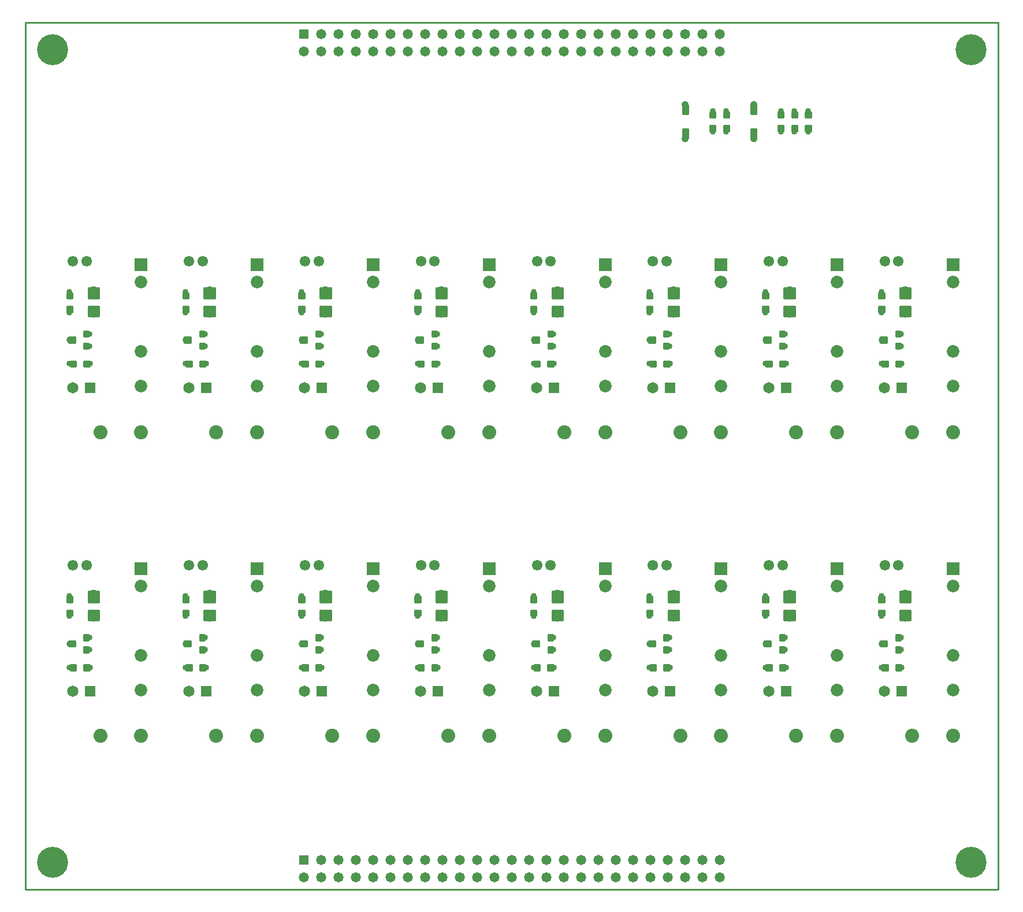
<source format=gbr>
*
*
G04 PADS Layout (Build Number 2005.266.2) generated Gerber (RS-274-X) file*
G04 PC Version=2.1*
*
%IN "cecs_module_relay_1031."*%
*
%MOMM*%
*
%FSLAX35Y35*%
*
*
*
*
G04 PC Standard Apertures*
*
*
G04 Thermal Relief Aperture macro.*
%AMTER*
1,1,$1,0,0*
1,0,$1-$2,0,0*
21,0,$3,$4,0,0,45*
21,0,$3,$4,0,0,135*
%
*
*
G04 Annular Aperture macro.*
%AMANN*
1,1,$1,0,0*
1,0,$2,0,0*
%
*
*
G04 Odd Aperture macro.*
%AMODD*
1,1,$1,0,0*
1,0,$1-0.005,0,0*
%
*
*
G04 PC Custom Aperture Macros*
*
*
*
*
*
*
G04 PC Aperture Table*
*
%ADD058C,0.254*%
%ADD079R,1.65X1.65*%
%ADD083C,1.55*%
%ADD084R,1.4724X1.4724*%
%ADD085C,1.4724*%
%ADD086C,2.05*%
%ADD089C,1.65*%
%ADD111C,0.85*%
%ADD112C,1.05*%
%ADD113R,1.85X1.85*%
%ADD114C,1.85*%
%ADD115C,4.55*%
*
*
*
*
G04 PC Custom Flashes*
G04 Layer Name cecs_module_relay_1031. - flashes*
%LPD*%
*
*
G04 PC Circuitry*
G04 Layer Name cecs_module_relay_1031. - circuitry*
%LPD*%
*
G54D58*
G01X35514800Y24089800D02*
Y24010200D01*
X35435200*
Y24089800*
X35514800*
X35435200Y24010200D02*
X35514800D01*
X35435200Y24035600D02*
X35514800D01*
X35435200Y24061000D02*
X35514800D01*
X35435200Y24086400D02*
X35514800D01*
X35458400Y24010200D02*
Y24089800D01*
X35483800Y24010200D02*
Y24089800D01*
X35509200Y24010200D02*
Y24089800D01*
X35514800Y23810200D02*
Y23889800D01*
X35435200*
Y23810200*
X35514800*
X35435200D02*
X35514800D01*
X35435200Y23835600D02*
X35514800D01*
X35435200Y23861000D02*
X35514800D01*
X35435200Y23886400D02*
X35514800D01*
X35458400Y23810200D02*
Y23889800D01*
X35483800Y23810200D02*
Y23889800D01*
X35509200Y23810200D02*
Y23889800D01*
X35714800Y24089800D02*
Y24010200D01*
X35635200*
Y24089800*
X35714800*
X35635200Y24010200D02*
X35714800D01*
X35635200Y24035600D02*
X35714800D01*
X35635200Y24061000D02*
X35714800D01*
X35635200Y24086400D02*
X35714800D01*
X35636200Y24010200D02*
Y24089800D01*
X35661600Y24010200D02*
Y24089800D01*
X35687000Y24010200D02*
Y24089800D01*
X35712400Y24010200D02*
Y24089800D01*
X35714800Y23810200D02*
Y23889800D01*
X35635200*
Y23810200*
X35714800*
X35635200D02*
X35714800D01*
X35635200Y23835600D02*
X35714800D01*
X35635200Y23861000D02*
X35714800D01*
X35635200Y23886400D02*
X35714800D01*
X35636200Y23810200D02*
Y23889800D01*
X35661600Y23810200D02*
Y23889800D01*
X35687000Y23810200D02*
Y23889800D01*
X35712400Y23810200D02*
Y23889800D01*
X36514800Y24089800D02*
Y24010200D01*
X36435200*
Y24089800*
X36514800*
X36435200Y24010200D02*
X36514800D01*
X36435200Y24035600D02*
X36514800D01*
X36435200Y24061000D02*
X36514800D01*
X36435200Y24086400D02*
X36514800D01*
X36449000Y24010200D02*
Y24089800D01*
X36474400Y24010200D02*
Y24089800D01*
X36499800Y24010200D02*
Y24089800D01*
X36514800Y23810200D02*
Y23889800D01*
X36435200*
Y23810200*
X36514800*
X36435200D02*
X36514800D01*
X36435200Y23835600D02*
X36514800D01*
X36435200Y23861000D02*
X36514800D01*
X36435200Y23886400D02*
X36514800D01*
X36449000Y23810200D02*
Y23889800D01*
X36474400Y23810200D02*
Y23889800D01*
X36499800Y23810200D02*
Y23889800D01*
X36714800Y24089800D02*
Y24010200D01*
X36635200*
Y24089800*
X36714800*
X36635200Y24010200D02*
X36714800D01*
X36635200Y24035600D02*
X36714800D01*
X36635200Y24061000D02*
X36714800D01*
X36635200Y24086400D02*
X36714800D01*
X36652200Y24010200D02*
Y24089800D01*
X36677600Y24010200D02*
Y24089800D01*
X36703000Y24010200D02*
Y24089800D01*
X36714800Y23810200D02*
Y23889800D01*
X36635200*
Y23810200*
X36714800*
X36635200D02*
X36714800D01*
X36635200Y23835600D02*
X36714800D01*
X36635200Y23861000D02*
X36714800D01*
X36635200Y23886400D02*
X36714800D01*
X36652200Y23810200D02*
Y23889800D01*
X36677600Y23810200D02*
Y23889800D01*
X36703000Y23810200D02*
Y23889800D01*
X36914800Y24089800D02*
Y24010200D01*
X36835200*
Y24089800*
X36914800*
X36835200Y24010200D02*
X36914800D01*
X36835200Y24035600D02*
X36914800D01*
X36835200Y24061000D02*
X36914800D01*
X36835200Y24086400D02*
X36914800D01*
X36855400Y24010200D02*
Y24089800D01*
X36880800Y24010200D02*
Y24089800D01*
X36906200Y24010200D02*
Y24089800D01*
X36914800Y23810200D02*
Y23889800D01*
X36835200*
Y23810200*
X36914800*
X36835200D02*
X36914800D01*
X36835200Y23835600D02*
X36914800D01*
X36835200Y23861000D02*
X36914800D01*
X36835200Y23886400D02*
X36914800D01*
X36855400Y23810200D02*
Y23889800D01*
X36880800Y23810200D02*
Y23889800D01*
X36906200Y23810200D02*
Y23889800D01*
X36035200Y23710200D02*
Y23839800D01*
X36114800*
Y23710200*
X36035200*
X36114800*
X36035200Y23735600D02*
X36114800D01*
X36035200Y23761000D02*
X36114800D01*
X36035200Y23786400D02*
X36114800D01*
X36035200Y23811800D02*
X36114800D01*
X36035200Y23837200D02*
X36114800D01*
X36042600Y23710200D02*
Y23839800D01*
X36068000Y23710200D02*
Y23839800D01*
X36093400Y23710200D02*
Y23839800D01*
X36035200Y24189800D02*
Y24060200D01*
X36114800*
Y24189800*
X36035200*
Y24060200D02*
X36114800D01*
X36035200Y24085600D02*
X36114800D01*
X36035200Y24111000D02*
X36114800D01*
X36035200Y24136400D02*
X36114800D01*
X36035200Y24161800D02*
X36114800D01*
X36035200Y24187200D02*
X36114800D01*
X36042600Y24060200D02*
Y24189800D01*
X36068000Y24060200D02*
Y24189800D01*
X36093400Y24060200D02*
Y24189800D01*
X35035200Y23710200D02*
Y23839800D01*
X35114800*
Y23710200*
X35035200*
X35114800*
X35035200Y23735600D02*
X35114800D01*
X35035200Y23761000D02*
X35114800D01*
X35035200Y23786400D02*
X35114800D01*
X35035200Y23811800D02*
X35114800D01*
X35035200Y23837200D02*
X35114800D01*
X35052000Y23710200D02*
Y23839800D01*
X35077400Y23710200D02*
Y23839800D01*
X35102800Y23710200D02*
Y23839800D01*
X35035200Y24189800D02*
Y24060200D01*
X35114800*
Y24189800*
X35035200*
Y24060200D02*
X35114800D01*
X35035200Y24085600D02*
X35114800D01*
X35035200Y24111000D02*
X35114800D01*
X35035200Y24136400D02*
X35114800D01*
X35035200Y24161800D02*
X35114800D01*
X35035200Y24187200D02*
X35114800D01*
X35052000Y24060200D02*
Y24189800D01*
X35077400Y24060200D02*
Y24189800D01*
X35102800Y24060200D02*
Y24189800D01*
X26035200Y16260200D02*
Y16339800D01*
X26127300*
Y16260200*
X26035200*
X26127300*
X26035200Y16285600D02*
X26127300D01*
X26035200Y16311000D02*
X26127300D01*
X26035200Y16336400D02*
X26127300D01*
X26060400Y16260200D02*
Y16339800D01*
X26085800Y16260200D02*
Y16339800D01*
X26111200Y16260200D02*
Y16339800D01*
X26261000Y16170500D02*
Y16251700D01*
X26329500*
Y16170500*
X26261000*
X26329500*
X26261000Y16195900D02*
X26329500D01*
X26261000Y16221300D02*
X26329500D01*
X26261000Y16246700D02*
X26329500D01*
X26263600Y16170500D02*
Y16251700D01*
X26289000Y16170500D02*
Y16251700D01*
X26314400Y16170500D02*
Y16251700D01*
X26261000Y16348300D02*
Y16429500D01*
X26329500*
Y16348300*
X26261000*
X26329500*
X26261000Y16373700D02*
X26329500D01*
X26261000Y16399100D02*
X26329500D01*
X26261000Y16424500D02*
X26329500D01*
X26263600Y16348300D02*
Y16429500D01*
X26289000Y16348300D02*
Y16429500D01*
X26314400Y16348300D02*
Y16429500D01*
X32835200Y20710200D02*
Y20789800D01*
X32927300*
Y20710200*
X32835200*
X32927300*
X32835200Y20735600D02*
X32927300D01*
X32835200Y20761000D02*
X32927300D01*
X32835200Y20786400D02*
X32927300D01*
X32842200Y20710200D02*
Y20789800D01*
X32867600Y20710200D02*
Y20789800D01*
X32893000Y20710200D02*
Y20789800D01*
X32918400Y20710200D02*
Y20789800D01*
X33061000Y20620500D02*
Y20701700D01*
X33129500*
Y20620500*
X33061000*
X33129500*
X33061000Y20645900D02*
X33129500D01*
X33061000Y20671300D02*
X33129500D01*
X33061000Y20696700D02*
X33129500D01*
X33070800Y20620500D02*
Y20701700D01*
X33096200Y20620500D02*
Y20701700D01*
X33121600Y20620500D02*
Y20701700D01*
X33061000Y20798300D02*
Y20879500D01*
X33129500*
Y20798300*
X33061000*
X33129500*
X33061000Y20823700D02*
X33129500D01*
X33061000Y20849100D02*
X33129500D01*
X33061000Y20874500D02*
X33129500D01*
X33070800Y20798300D02*
Y20879500D01*
X33096200Y20798300D02*
Y20879500D01*
X33121600Y20798300D02*
Y20879500D01*
X34535200Y16260200D02*
Y16339800D01*
X34627300*
Y16260200*
X34535200*
X34627300*
X34535200Y16285600D02*
X34627300D01*
X34535200Y16311000D02*
X34627300D01*
X34535200Y16336400D02*
X34627300D01*
X34544000Y16260200D02*
Y16339800D01*
X34569400Y16260200D02*
Y16339800D01*
X34594800Y16260200D02*
Y16339800D01*
X34620200Y16260200D02*
Y16339800D01*
X34761000Y16170500D02*
Y16251700D01*
X34829500*
Y16170500*
X34761000*
X34829500*
X34761000Y16195900D02*
X34829500D01*
X34761000Y16221300D02*
X34829500D01*
X34761000Y16246700D02*
X34829500D01*
X34772600Y16170500D02*
Y16251700D01*
X34798000Y16170500D02*
Y16251700D01*
X34823400Y16170500D02*
Y16251700D01*
X34761000Y16348300D02*
Y16429500D01*
X34829500*
Y16348300*
X34761000*
X34829500*
X34761000Y16373700D02*
X34829500D01*
X34761000Y16399100D02*
X34829500D01*
X34761000Y16424500D02*
X34829500D01*
X34772600Y16348300D02*
Y16429500D01*
X34798000Y16348300D02*
Y16429500D01*
X34823400Y16348300D02*
Y16429500D01*
X34535200Y20710200D02*
Y20789800D01*
X34627300*
Y20710200*
X34535200*
X34627300*
X34535200Y20735600D02*
X34627300D01*
X34535200Y20761000D02*
X34627300D01*
X34535200Y20786400D02*
X34627300D01*
X34544000Y20710200D02*
Y20789800D01*
X34569400Y20710200D02*
Y20789800D01*
X34594800Y20710200D02*
Y20789800D01*
X34620200Y20710200D02*
Y20789800D01*
X34761000Y20620500D02*
Y20701700D01*
X34829500*
Y20620500*
X34761000*
X34829500*
X34761000Y20645900D02*
X34829500D01*
X34761000Y20671300D02*
X34829500D01*
X34761000Y20696700D02*
X34829500D01*
X34772600Y20620500D02*
Y20701700D01*
X34798000Y20620500D02*
Y20701700D01*
X34823400Y20620500D02*
Y20701700D01*
X34761000Y20798300D02*
Y20879500D01*
X34829500*
Y20798300*
X34761000*
X34829500*
X34761000Y20823700D02*
X34829500D01*
X34761000Y20849100D02*
X34829500D01*
X34761000Y20874500D02*
X34829500D01*
X34772600Y20798300D02*
Y20879500D01*
X34798000Y20798300D02*
Y20879500D01*
X34823400Y20798300D02*
Y20879500D01*
X36235200Y16260200D02*
Y16339800D01*
X36327300*
Y16260200*
X36235200*
X36327300*
X36235200Y16285600D02*
X36327300D01*
X36235200Y16311000D02*
X36327300D01*
X36235200Y16336400D02*
X36327300D01*
X36245800Y16260200D02*
Y16339800D01*
X36271200Y16260200D02*
Y16339800D01*
X36296600Y16260200D02*
Y16339800D01*
X36322000Y16260200D02*
Y16339800D01*
X36461000Y16170500D02*
Y16251700D01*
X36529500*
Y16170500*
X36461000*
X36529500*
X36461000Y16195900D02*
X36529500D01*
X36461000Y16221300D02*
X36529500D01*
X36461000Y16246700D02*
X36529500D01*
X36474400Y16170500D02*
Y16251700D01*
X36499800Y16170500D02*
Y16251700D01*
X36525200Y16170500D02*
Y16251700D01*
X36461000Y16348300D02*
Y16429500D01*
X36529500*
Y16348300*
X36461000*
X36529500*
X36461000Y16373700D02*
X36529500D01*
X36461000Y16399100D02*
X36529500D01*
X36461000Y16424500D02*
X36529500D01*
X36474400Y16348300D02*
Y16429500D01*
X36499800Y16348300D02*
Y16429500D01*
X36525200Y16348300D02*
Y16429500D01*
X36235200Y20710200D02*
Y20789800D01*
X36327300*
Y20710200*
X36235200*
X36327300*
X36235200Y20735600D02*
X36327300D01*
X36235200Y20761000D02*
X36327300D01*
X36235200Y20786400D02*
X36327300D01*
X36245800Y20710200D02*
Y20789800D01*
X36271200Y20710200D02*
Y20789800D01*
X36296600Y20710200D02*
Y20789800D01*
X36322000Y20710200D02*
Y20789800D01*
X36461000Y20620500D02*
Y20701700D01*
X36529500*
Y20620500*
X36461000*
X36529500*
X36461000Y20645900D02*
X36529500D01*
X36461000Y20671300D02*
X36529500D01*
X36461000Y20696700D02*
X36529500D01*
X36474400Y20620500D02*
Y20701700D01*
X36499800Y20620500D02*
Y20701700D01*
X36525200Y20620500D02*
Y20701700D01*
X36461000Y20798300D02*
Y20879500D01*
X36529500*
Y20798300*
X36461000*
X36529500*
X36461000Y20823700D02*
X36529500D01*
X36461000Y20849100D02*
X36529500D01*
X36461000Y20874500D02*
X36529500D01*
X36474400Y20798300D02*
Y20879500D01*
X36499800Y20798300D02*
Y20879500D01*
X36525200Y20798300D02*
Y20879500D01*
X37935200Y16260200D02*
Y16339800D01*
X38027300*
Y16260200*
X37935200*
X38027300*
X37935200Y16285600D02*
X38027300D01*
X37935200Y16311000D02*
X38027300D01*
X37935200Y16336400D02*
X38027300D01*
X37947600Y16260200D02*
Y16339800D01*
X37973000Y16260200D02*
Y16339800D01*
X37998400Y16260200D02*
Y16339800D01*
X38023800Y16260200D02*
Y16339800D01*
X38161000Y16170500D02*
Y16251700D01*
X38229500*
Y16170500*
X38161000*
X38229500*
X38161000Y16195900D02*
X38229500D01*
X38161000Y16221300D02*
X38229500D01*
X38161000Y16246700D02*
X38229500D01*
X38176200Y16170500D02*
Y16251700D01*
X38201600Y16170500D02*
Y16251700D01*
X38227000Y16170500D02*
Y16251700D01*
X38161000Y16348300D02*
Y16429500D01*
X38229500*
Y16348300*
X38161000*
X38229500*
X38161000Y16373700D02*
X38229500D01*
X38161000Y16399100D02*
X38229500D01*
X38161000Y16424500D02*
X38229500D01*
X38176200Y16348300D02*
Y16429500D01*
X38201600Y16348300D02*
Y16429500D01*
X38227000Y16348300D02*
Y16429500D01*
X37935200Y20710200D02*
Y20789800D01*
X38027300*
Y20710200*
X37935200*
X38027300*
X37935200Y20735600D02*
X38027300D01*
X37935200Y20761000D02*
X38027300D01*
X37935200Y20786400D02*
X38027300D01*
X37947600Y20710200D02*
Y20789800D01*
X37973000Y20710200D02*
Y20789800D01*
X37998400Y20710200D02*
Y20789800D01*
X38023800Y20710200D02*
Y20789800D01*
X38161000Y20620500D02*
Y20701700D01*
X38229500*
Y20620500*
X38161000*
X38229500*
X38161000Y20645900D02*
X38229500D01*
X38161000Y20671300D02*
X38229500D01*
X38161000Y20696700D02*
X38229500D01*
X38176200Y20620500D02*
Y20701700D01*
X38201600Y20620500D02*
Y20701700D01*
X38227000Y20620500D02*
Y20701700D01*
X38161000Y20798300D02*
Y20879500D01*
X38229500*
Y20798300*
X38161000*
X38229500*
X38161000Y20823700D02*
X38229500D01*
X38161000Y20849100D02*
X38229500D01*
X38161000Y20874500D02*
X38229500D01*
X38176200Y20798300D02*
Y20879500D01*
X38201600Y20798300D02*
Y20879500D01*
X38227000Y20798300D02*
Y20879500D01*
X26035200Y20710200D02*
Y20789800D01*
X26127300*
Y20710200*
X26035200*
X26127300*
X26035200Y20735600D02*
X26127300D01*
X26035200Y20761000D02*
X26127300D01*
X26035200Y20786400D02*
X26127300D01*
X26060400Y20710200D02*
Y20789800D01*
X26085800Y20710200D02*
Y20789800D01*
X26111200Y20710200D02*
Y20789800D01*
X26261000Y20620500D02*
Y20701700D01*
X26329500*
Y20620500*
X26261000*
X26329500*
X26261000Y20645900D02*
X26329500D01*
X26261000Y20671300D02*
X26329500D01*
X26261000Y20696700D02*
X26329500D01*
X26263600Y20620500D02*
Y20701700D01*
X26289000Y20620500D02*
Y20701700D01*
X26314400Y20620500D02*
Y20701700D01*
X26261000Y20798300D02*
Y20879500D01*
X26329500*
Y20798300*
X26261000*
X26329500*
X26261000Y20823700D02*
X26329500D01*
X26261000Y20849100D02*
X26329500D01*
X26261000Y20874500D02*
X26329500D01*
X26263600Y20798300D02*
Y20879500D01*
X26289000Y20798300D02*
Y20879500D01*
X26314400Y20798300D02*
Y20879500D01*
X27735200Y16260200D02*
Y16339800D01*
X27827300*
Y16260200*
X27735200*
X27827300*
X27735200Y16285600D02*
X27827300D01*
X27735200Y16311000D02*
X27827300D01*
X27735200Y16336400D02*
X27827300D01*
X27736800Y16260200D02*
Y16339800D01*
X27762200Y16260200D02*
Y16339800D01*
X27787600Y16260200D02*
Y16339800D01*
X27813000Y16260200D02*
Y16339800D01*
X27961000Y16170500D02*
Y16251700D01*
X28029500*
Y16170500*
X27961000*
X28029500*
X27961000Y16195900D02*
X28029500D01*
X27961000Y16221300D02*
X28029500D01*
X27961000Y16246700D02*
X28029500D01*
X27965400Y16170500D02*
Y16251700D01*
X27990800Y16170500D02*
Y16251700D01*
X28016200Y16170500D02*
Y16251700D01*
X27961000Y16348300D02*
Y16429500D01*
X28029500*
Y16348300*
X27961000*
X28029500*
X27961000Y16373700D02*
X28029500D01*
X27961000Y16399100D02*
X28029500D01*
X27961000Y16424500D02*
X28029500D01*
X27965400Y16348300D02*
Y16429500D01*
X27990800Y16348300D02*
Y16429500D01*
X28016200Y16348300D02*
Y16429500D01*
X27735200Y20710200D02*
Y20789800D01*
X27827300*
Y20710200*
X27735200*
X27827300*
X27735200Y20735600D02*
X27827300D01*
X27735200Y20761000D02*
X27827300D01*
X27735200Y20786400D02*
X27827300D01*
X27736800Y20710200D02*
Y20789800D01*
X27762200Y20710200D02*
Y20789800D01*
X27787600Y20710200D02*
Y20789800D01*
X27813000Y20710200D02*
Y20789800D01*
X27961000Y20620500D02*
Y20701700D01*
X28029500*
Y20620500*
X27961000*
X28029500*
X27961000Y20645900D02*
X28029500D01*
X27961000Y20671300D02*
X28029500D01*
X27961000Y20696700D02*
X28029500D01*
X27965400Y20620500D02*
Y20701700D01*
X27990800Y20620500D02*
Y20701700D01*
X28016200Y20620500D02*
Y20701700D01*
X27961000Y20798300D02*
Y20879500D01*
X28029500*
Y20798300*
X27961000*
X28029500*
X27961000Y20823700D02*
X28029500D01*
X27961000Y20849100D02*
X28029500D01*
X27961000Y20874500D02*
X28029500D01*
X27965400Y20798300D02*
Y20879500D01*
X27990800Y20798300D02*
Y20879500D01*
X28016200Y20798300D02*
Y20879500D01*
X29435200Y16260200D02*
Y16339800D01*
X29527300*
Y16260200*
X29435200*
X29527300*
X29435200Y16285600D02*
X29527300D01*
X29435200Y16311000D02*
X29527300D01*
X29435200Y16336400D02*
X29527300D01*
X29438600Y16260200D02*
Y16339800D01*
X29464000Y16260200D02*
Y16339800D01*
X29489400Y16260200D02*
Y16339800D01*
X29514800Y16260200D02*
Y16339800D01*
X29661000Y16170500D02*
Y16251700D01*
X29729500*
Y16170500*
X29661000*
X29729500*
X29661000Y16195900D02*
X29729500D01*
X29661000Y16221300D02*
X29729500D01*
X29661000Y16246700D02*
X29729500D01*
X29667200Y16170500D02*
Y16251700D01*
X29692600Y16170500D02*
Y16251700D01*
X29718000Y16170500D02*
Y16251700D01*
X29661000Y16348300D02*
Y16429500D01*
X29729500*
Y16348300*
X29661000*
X29729500*
X29661000Y16373700D02*
X29729500D01*
X29661000Y16399100D02*
X29729500D01*
X29661000Y16424500D02*
X29729500D01*
X29667200Y16348300D02*
Y16429500D01*
X29692600Y16348300D02*
Y16429500D01*
X29718000Y16348300D02*
Y16429500D01*
X29435200Y20710200D02*
Y20789800D01*
X29527300*
Y20710200*
X29435200*
X29527300*
X29435200Y20735600D02*
X29527300D01*
X29435200Y20761000D02*
X29527300D01*
X29435200Y20786400D02*
X29527300D01*
X29438600Y20710200D02*
Y20789800D01*
X29464000Y20710200D02*
Y20789800D01*
X29489400Y20710200D02*
Y20789800D01*
X29514800Y20710200D02*
Y20789800D01*
X29661000Y20620500D02*
Y20701700D01*
X29729500*
Y20620500*
X29661000*
X29729500*
X29661000Y20645900D02*
X29729500D01*
X29661000Y20671300D02*
X29729500D01*
X29661000Y20696700D02*
X29729500D01*
X29667200Y20620500D02*
Y20701700D01*
X29692600Y20620500D02*
Y20701700D01*
X29718000Y20620500D02*
Y20701700D01*
X29661000Y20798300D02*
Y20879500D01*
X29729500*
Y20798300*
X29661000*
X29729500*
X29661000Y20823700D02*
X29729500D01*
X29661000Y20849100D02*
X29729500D01*
X29661000Y20874500D02*
X29729500D01*
X29667200Y20798300D02*
Y20879500D01*
X29692600Y20798300D02*
Y20879500D01*
X29718000Y20798300D02*
Y20879500D01*
X31135200Y16260200D02*
Y16339800D01*
X31227300*
Y16260200*
X31135200*
X31227300*
X31135200Y16285600D02*
X31227300D01*
X31135200Y16311000D02*
X31227300D01*
X31135200Y16336400D02*
X31227300D01*
X31140400Y16260200D02*
Y16339800D01*
X31165800Y16260200D02*
Y16339800D01*
X31191200Y16260200D02*
Y16339800D01*
X31216600Y16260200D02*
Y16339800D01*
X31361000Y16170500D02*
Y16251700D01*
X31429500*
Y16170500*
X31361000*
X31429500*
X31361000Y16195900D02*
X31429500D01*
X31361000Y16221300D02*
X31429500D01*
X31361000Y16246700D02*
X31429500D01*
X31369000Y16170500D02*
Y16251700D01*
X31394400Y16170500D02*
Y16251700D01*
X31419800Y16170500D02*
Y16251700D01*
X31361000Y16348300D02*
Y16429500D01*
X31429500*
Y16348300*
X31361000*
X31429500*
X31361000Y16373700D02*
X31429500D01*
X31361000Y16399100D02*
X31429500D01*
X31361000Y16424500D02*
X31429500D01*
X31369000Y16348300D02*
Y16429500D01*
X31394400Y16348300D02*
Y16429500D01*
X31419800Y16348300D02*
Y16429500D01*
X31135200Y20710200D02*
Y20789800D01*
X31227300*
Y20710200*
X31135200*
X31227300*
X31135200Y20735600D02*
X31227300D01*
X31135200Y20761000D02*
X31227300D01*
X31135200Y20786400D02*
X31227300D01*
X31140400Y20710200D02*
Y20789800D01*
X31165800Y20710200D02*
Y20789800D01*
X31191200Y20710200D02*
Y20789800D01*
X31216600Y20710200D02*
Y20789800D01*
X31361000Y20620500D02*
Y20701700D01*
X31429500*
Y20620500*
X31361000*
X31429500*
X31361000Y20645900D02*
X31429500D01*
X31361000Y20671300D02*
X31429500D01*
X31361000Y20696700D02*
X31429500D01*
X31369000Y20620500D02*
Y20701700D01*
X31394400Y20620500D02*
Y20701700D01*
X31419800Y20620500D02*
Y20701700D01*
X31361000Y20798300D02*
Y20879500D01*
X31429500*
Y20798300*
X31361000*
X31429500*
X31361000Y20823700D02*
X31429500D01*
X31361000Y20849100D02*
X31429500D01*
X31361000Y20874500D02*
X31429500D01*
X31369000Y20798300D02*
Y20879500D01*
X31394400Y20798300D02*
Y20879500D01*
X31419800Y20798300D02*
Y20879500D01*
X32835200Y16260200D02*
Y16339800D01*
X32927300*
Y16260200*
X32835200*
X32927300*
X32835200Y16285600D02*
X32927300D01*
X32835200Y16311000D02*
X32927300D01*
X32835200Y16336400D02*
X32927300D01*
X32842200Y16260200D02*
Y16339800D01*
X32867600Y16260200D02*
Y16339800D01*
X32893000Y16260200D02*
Y16339800D01*
X32918400Y16260200D02*
Y16339800D01*
X33061000Y16170500D02*
Y16251700D01*
X33129500*
Y16170500*
X33061000*
X33129500*
X33061000Y16195900D02*
X33129500D01*
X33061000Y16221300D02*
X33129500D01*
X33061000Y16246700D02*
X33129500D01*
X33070800Y16170500D02*
Y16251700D01*
X33096200Y16170500D02*
Y16251700D01*
X33121600Y16170500D02*
Y16251700D01*
X33061000Y16348300D02*
Y16429500D01*
X33129500*
Y16348300*
X33061000*
X33129500*
X33061000Y16373700D02*
X33129500D01*
X33061000Y16399100D02*
X33129500D01*
X33061000Y16424500D02*
X33129500D01*
X33070800Y16348300D02*
Y16429500D01*
X33096200Y16348300D02*
Y16429500D01*
X33121600Y16348300D02*
Y16429500D01*
X26322700Y16647700D02*
Y16789800D01*
X26477300*
Y16647700*
X26322700*
X26477300*
X26322700Y16673100D02*
X26477300D01*
X26322700Y16698500D02*
X26477300D01*
X26322700Y16723900D02*
X26477300D01*
X26322700Y16749300D02*
X26477300D01*
X26322700Y16774700D02*
X26477300D01*
X26339800Y16647700D02*
Y16789800D01*
X26365200Y16647700D02*
Y16789800D01*
X26390600Y16647700D02*
Y16789800D01*
X26416000Y16647700D02*
Y16789800D01*
X26441400Y16647700D02*
Y16789800D01*
X26466800Y16647700D02*
Y16789800D01*
X26322700Y16910200D02*
Y17064800D01*
X26477300*
Y16910200*
X26322700*
X26477300*
X26322700Y16935600D02*
X26477300D01*
X26322700Y16961000D02*
X26477300D01*
X26322700Y16986400D02*
X26477300D01*
X26322700Y17011800D02*
X26477300D01*
X26322700Y17037200D02*
X26477300D01*
X26322700Y17062600D02*
X26477300D01*
X26339800Y16910200D02*
Y17064800D01*
X26365200Y16910200D02*
Y17064800D01*
X26390600Y16910200D02*
Y17064800D01*
X26416000Y16910200D02*
Y17064800D01*
X26441400Y16910200D02*
Y17064800D01*
X26466800Y16910200D02*
Y17064800D01*
X27789800Y21239800D02*
Y21160200D01*
X27710200*
Y21239800*
X27789800*
X27710200Y21160200D02*
X27789800D01*
X27710200Y21185600D02*
X27789800D01*
X27710200Y21211000D02*
X27789800D01*
X27710200Y21236400D02*
X27789800D01*
X27711400Y21160200D02*
Y21239800D01*
X27736800Y21160200D02*
Y21239800D01*
X27762200Y21160200D02*
Y21239800D01*
X27787600Y21160200D02*
Y21239800D01*
X27789800Y21439800D02*
Y21360200D01*
X27710200*
Y21439800*
X27789800*
X27710200Y21360200D02*
X27789800D01*
X27710200Y21385600D02*
X27789800D01*
X27710200Y21411000D02*
X27789800D01*
X27710200Y21436400D02*
X27789800D01*
X27711400Y21360200D02*
Y21439800D01*
X27736800Y21360200D02*
Y21439800D01*
X27762200Y21360200D02*
Y21439800D01*
X27787600Y21360200D02*
Y21439800D01*
X27839800Y15910200D02*
X27760200D01*
Y15989800*
X27839800*
Y15910200*
X27760200D02*
X27839800D01*
X27760200Y15935600D02*
X27839800D01*
X27760200Y15961000D02*
X27839800D01*
X27760200Y15986400D02*
X27839800D01*
X27762200Y15910200D02*
Y15989800D01*
X27787600Y15910200D02*
Y15989800D01*
X27813000Y15910200D02*
Y15989800D01*
X27838400Y15910200D02*
Y15989800D01*
X28039800Y15910200D02*
X27960200D01*
Y15989800*
X28039800*
Y15910200*
X27960200D02*
X28039800D01*
X27960200Y15935600D02*
X28039800D01*
X27960200Y15961000D02*
X28039800D01*
X27960200Y15986400D02*
X28039800D01*
X27965400Y15910200D02*
Y15989800D01*
X27990800Y15910200D02*
Y15989800D01*
X28016200Y15910200D02*
Y15989800D01*
X27839800Y20360200D02*
X27760200D01*
Y20439800*
X27839800*
Y20360200*
X27760200D02*
X27839800D01*
X27760200Y20385600D02*
X27839800D01*
X27760200Y20411000D02*
X27839800D01*
X27760200Y20436400D02*
X27839800D01*
X27762200Y20360200D02*
Y20439800D01*
X27787600Y20360200D02*
Y20439800D01*
X27813000Y20360200D02*
Y20439800D01*
X27838400Y20360200D02*
Y20439800D01*
X28039800Y20360200D02*
X27960200D01*
Y20439800*
X28039800*
Y20360200*
X27960200D02*
X28039800D01*
X27960200Y20385600D02*
X28039800D01*
X27960200Y20411000D02*
X28039800D01*
X27960200Y20436400D02*
X28039800D01*
X27965400Y20360200D02*
Y20439800D01*
X27990800Y20360200D02*
Y20439800D01*
X28016200Y20360200D02*
Y20439800D01*
X29722700Y16647700D02*
Y16789800D01*
X29877300*
Y16647700*
X29722700*
X29877300*
X29722700Y16673100D02*
X29877300D01*
X29722700Y16698500D02*
X29877300D01*
X29722700Y16723900D02*
X29877300D01*
X29722700Y16749300D02*
X29877300D01*
X29722700Y16774700D02*
X29877300D01*
X29743400Y16647700D02*
Y16789800D01*
X29768800Y16647700D02*
Y16789800D01*
X29794200Y16647700D02*
Y16789800D01*
X29819600Y16647700D02*
Y16789800D01*
X29845000Y16647700D02*
Y16789800D01*
X29870400Y16647700D02*
Y16789800D01*
X29722700Y16910200D02*
Y17064800D01*
X29877300*
Y16910200*
X29722700*
X29877300*
X29722700Y16935600D02*
X29877300D01*
X29722700Y16961000D02*
X29877300D01*
X29722700Y16986400D02*
X29877300D01*
X29722700Y17011800D02*
X29877300D01*
X29722700Y17037200D02*
X29877300D01*
X29722700Y17062600D02*
X29877300D01*
X29743400Y16910200D02*
Y17064800D01*
X29768800Y16910200D02*
Y17064800D01*
X29794200Y16910200D02*
Y17064800D01*
X29819600Y16910200D02*
Y17064800D01*
X29845000Y16910200D02*
Y17064800D01*
X29870400Y16910200D02*
Y17064800D01*
X29722700Y21097700D02*
Y21239800D01*
X29877300*
Y21097700*
X29722700*
X29877300*
X29722700Y21123100D02*
X29877300D01*
X29722700Y21148500D02*
X29877300D01*
X29722700Y21173900D02*
X29877300D01*
X29722700Y21199300D02*
X29877300D01*
X29722700Y21224700D02*
X29877300D01*
X29743400Y21097700D02*
Y21239800D01*
X29768800Y21097700D02*
Y21239800D01*
X29794200Y21097700D02*
Y21239800D01*
X29819600Y21097700D02*
Y21239800D01*
X29845000Y21097700D02*
Y21239800D01*
X29870400Y21097700D02*
Y21239800D01*
X29722700Y21360200D02*
Y21514800D01*
X29877300*
Y21360200*
X29722700*
X29877300*
X29722700Y21385600D02*
X29877300D01*
X29722700Y21411000D02*
X29877300D01*
X29722700Y21436400D02*
X29877300D01*
X29722700Y21461800D02*
X29877300D01*
X29722700Y21487200D02*
X29877300D01*
X29722700Y21512600D02*
X29877300D01*
X29743400Y21360200D02*
Y21514800D01*
X29768800Y21360200D02*
Y21514800D01*
X29794200Y21360200D02*
Y21514800D01*
X29819600Y21360200D02*
Y21514800D01*
X29845000Y21360200D02*
Y21514800D01*
X29870400Y21360200D02*
Y21514800D01*
X29489800Y16789800D02*
Y16710200D01*
X29410200*
Y16789800*
X29489800*
X29410200Y16710200D02*
X29489800D01*
X29410200Y16735600D02*
X29489800D01*
X29410200Y16761000D02*
X29489800D01*
X29410200Y16786400D02*
X29489800D01*
X29413200Y16710200D02*
Y16789800D01*
X29438600Y16710200D02*
Y16789800D01*
X29464000Y16710200D02*
Y16789800D01*
X29489400Y16710200D02*
Y16789800D01*
X29489800Y16989800D02*
Y16910200D01*
X29410200*
Y16989800*
X29489800*
X29410200Y16910200D02*
X29489800D01*
X29410200Y16935600D02*
X29489800D01*
X29410200Y16961000D02*
X29489800D01*
X29410200Y16986400D02*
X29489800D01*
X29413200Y16910200D02*
Y16989800D01*
X29438600Y16910200D02*
Y16989800D01*
X29464000Y16910200D02*
Y16989800D01*
X29489400Y16910200D02*
Y16989800D01*
X29489800Y21239800D02*
Y21160200D01*
X29410200*
Y21239800*
X29489800*
X29410200Y21160200D02*
X29489800D01*
X29410200Y21185600D02*
X29489800D01*
X29410200Y21211000D02*
X29489800D01*
X29410200Y21236400D02*
X29489800D01*
X29413200Y21160200D02*
Y21239800D01*
X29438600Y21160200D02*
Y21239800D01*
X29464000Y21160200D02*
Y21239800D01*
X29489400Y21160200D02*
Y21239800D01*
X29489800Y21439800D02*
Y21360200D01*
X29410200*
Y21439800*
X29489800*
X29410200Y21360200D02*
X29489800D01*
X29410200Y21385600D02*
X29489800D01*
X29410200Y21411000D02*
X29489800D01*
X29410200Y21436400D02*
X29489800D01*
X29413200Y21360200D02*
Y21439800D01*
X29438600Y21360200D02*
Y21439800D01*
X29464000Y21360200D02*
Y21439800D01*
X29489400Y21360200D02*
Y21439800D01*
X29539800Y15910200D02*
X29460200D01*
Y15989800*
X29539800*
Y15910200*
X29460200D02*
X29539800D01*
X29460200Y15935600D02*
X29539800D01*
X29460200Y15961000D02*
X29539800D01*
X29460200Y15986400D02*
X29539800D01*
X29464000Y15910200D02*
Y15989800D01*
X29489400Y15910200D02*
Y15989800D01*
X29514800Y15910200D02*
Y15989800D01*
X29739800Y15910200D02*
X29660200D01*
Y15989800*
X29739800*
Y15910200*
X29660200D02*
X29739800D01*
X29660200Y15935600D02*
X29739800D01*
X29660200Y15961000D02*
X29739800D01*
X29660200Y15986400D02*
X29739800D01*
X29667200Y15910200D02*
Y15989800D01*
X29692600Y15910200D02*
Y15989800D01*
X29718000Y15910200D02*
Y15989800D01*
X29539800Y20360200D02*
X29460200D01*
Y20439800*
X29539800*
Y20360200*
X29460200D02*
X29539800D01*
X29460200Y20385600D02*
X29539800D01*
X29460200Y20411000D02*
X29539800D01*
X29460200Y20436400D02*
X29539800D01*
X29464000Y20360200D02*
Y20439800D01*
X29489400Y20360200D02*
Y20439800D01*
X29514800Y20360200D02*
Y20439800D01*
X29739800Y20360200D02*
X29660200D01*
Y20439800*
X29739800*
Y20360200*
X29660200D02*
X29739800D01*
X29660200Y20385600D02*
X29739800D01*
X29660200Y20411000D02*
X29739800D01*
X29660200Y20436400D02*
X29739800D01*
X29667200Y20360200D02*
Y20439800D01*
X29692600Y20360200D02*
Y20439800D01*
X29718000Y20360200D02*
Y20439800D01*
X31422700Y16647700D02*
Y16789800D01*
X31577300*
Y16647700*
X31422700*
X31577300*
X31422700Y16673100D02*
X31577300D01*
X31422700Y16698500D02*
X31577300D01*
X31422700Y16723900D02*
X31577300D01*
X31422700Y16749300D02*
X31577300D01*
X31422700Y16774700D02*
X31577300D01*
X31445200Y16647700D02*
Y16789800D01*
X31470600Y16647700D02*
Y16789800D01*
X31496000Y16647700D02*
Y16789800D01*
X31521400Y16647700D02*
Y16789800D01*
X31546800Y16647700D02*
Y16789800D01*
X31572200Y16647700D02*
Y16789800D01*
X31422700Y16910200D02*
Y17064800D01*
X31577300*
Y16910200*
X31422700*
X31577300*
X31422700Y16935600D02*
X31577300D01*
X31422700Y16961000D02*
X31577300D01*
X31422700Y16986400D02*
X31577300D01*
X31422700Y17011800D02*
X31577300D01*
X31422700Y17037200D02*
X31577300D01*
X31422700Y17062600D02*
X31577300D01*
X31445200Y16910200D02*
Y17064800D01*
X31470600Y16910200D02*
Y17064800D01*
X31496000Y16910200D02*
Y17064800D01*
X31521400Y16910200D02*
Y17064800D01*
X31546800Y16910200D02*
Y17064800D01*
X31572200Y16910200D02*
Y17064800D01*
X26322700Y21097700D02*
Y21239800D01*
X26477300*
Y21097700*
X26322700*
X26477300*
X26322700Y21123100D02*
X26477300D01*
X26322700Y21148500D02*
X26477300D01*
X26322700Y21173900D02*
X26477300D01*
X26322700Y21199300D02*
X26477300D01*
X26322700Y21224700D02*
X26477300D01*
X26339800Y21097700D02*
Y21239800D01*
X26365200Y21097700D02*
Y21239800D01*
X26390600Y21097700D02*
Y21239800D01*
X26416000Y21097700D02*
Y21239800D01*
X26441400Y21097700D02*
Y21239800D01*
X26466800Y21097700D02*
Y21239800D01*
X26322700Y21360200D02*
Y21514800D01*
X26477300*
Y21360200*
X26322700*
X26477300*
X26322700Y21385600D02*
X26477300D01*
X26322700Y21411000D02*
X26477300D01*
X26322700Y21436400D02*
X26477300D01*
X26322700Y21461800D02*
X26477300D01*
X26322700Y21487200D02*
X26477300D01*
X26322700Y21512600D02*
X26477300D01*
X26339800Y21360200D02*
Y21514800D01*
X26365200Y21360200D02*
Y21514800D01*
X26390600Y21360200D02*
Y21514800D01*
X26416000Y21360200D02*
Y21514800D01*
X26441400Y21360200D02*
Y21514800D01*
X26466800Y21360200D02*
Y21514800D01*
X31422700Y21097700D02*
Y21239800D01*
X31577300*
Y21097700*
X31422700*
X31577300*
X31422700Y21123100D02*
X31577300D01*
X31422700Y21148500D02*
X31577300D01*
X31422700Y21173900D02*
X31577300D01*
X31422700Y21199300D02*
X31577300D01*
X31422700Y21224700D02*
X31577300D01*
X31445200Y21097700D02*
Y21239800D01*
X31470600Y21097700D02*
Y21239800D01*
X31496000Y21097700D02*
Y21239800D01*
X31521400Y21097700D02*
Y21239800D01*
X31546800Y21097700D02*
Y21239800D01*
X31572200Y21097700D02*
Y21239800D01*
X31422700Y21360200D02*
Y21514800D01*
X31577300*
Y21360200*
X31422700*
X31577300*
X31422700Y21385600D02*
X31577300D01*
X31422700Y21411000D02*
X31577300D01*
X31422700Y21436400D02*
X31577300D01*
X31422700Y21461800D02*
X31577300D01*
X31422700Y21487200D02*
X31577300D01*
X31422700Y21512600D02*
X31577300D01*
X31445200Y21360200D02*
Y21514800D01*
X31470600Y21360200D02*
Y21514800D01*
X31496000Y21360200D02*
Y21514800D01*
X31521400Y21360200D02*
Y21514800D01*
X31546800Y21360200D02*
Y21514800D01*
X31572200Y21360200D02*
Y21514800D01*
X31189800Y16789800D02*
Y16710200D01*
X31110200*
Y16789800*
X31189800*
X31110200Y16710200D02*
X31189800D01*
X31110200Y16735600D02*
X31189800D01*
X31110200Y16761000D02*
X31189800D01*
X31110200Y16786400D02*
X31189800D01*
X31115000Y16710200D02*
Y16789800D01*
X31140400Y16710200D02*
Y16789800D01*
X31165800Y16710200D02*
Y16789800D01*
X31189800Y16989800D02*
Y16910200D01*
X31110200*
Y16989800*
X31189800*
X31110200Y16910200D02*
X31189800D01*
X31110200Y16935600D02*
X31189800D01*
X31110200Y16961000D02*
X31189800D01*
X31110200Y16986400D02*
X31189800D01*
X31115000Y16910200D02*
Y16989800D01*
X31140400Y16910200D02*
Y16989800D01*
X31165800Y16910200D02*
Y16989800D01*
X31189800Y21239800D02*
Y21160200D01*
X31110200*
Y21239800*
X31189800*
X31110200Y21160200D02*
X31189800D01*
X31110200Y21185600D02*
X31189800D01*
X31110200Y21211000D02*
X31189800D01*
X31110200Y21236400D02*
X31189800D01*
X31115000Y21160200D02*
Y21239800D01*
X31140400Y21160200D02*
Y21239800D01*
X31165800Y21160200D02*
Y21239800D01*
X31189800Y21439800D02*
Y21360200D01*
X31110200*
Y21439800*
X31189800*
X31110200Y21360200D02*
X31189800D01*
X31110200Y21385600D02*
X31189800D01*
X31110200Y21411000D02*
X31189800D01*
X31110200Y21436400D02*
X31189800D01*
X31115000Y21360200D02*
Y21439800D01*
X31140400Y21360200D02*
Y21439800D01*
X31165800Y21360200D02*
Y21439800D01*
X31239800Y15910200D02*
X31160200D01*
Y15989800*
X31239800*
Y15910200*
X31160200D02*
X31239800D01*
X31160200Y15935600D02*
X31239800D01*
X31160200Y15961000D02*
X31239800D01*
X31160200Y15986400D02*
X31239800D01*
X31165800Y15910200D02*
Y15989800D01*
X31191200Y15910200D02*
Y15989800D01*
X31216600Y15910200D02*
Y15989800D01*
X31439800Y15910200D02*
X31360200D01*
Y15989800*
X31439800*
Y15910200*
X31360200D02*
X31439800D01*
X31360200Y15935600D02*
X31439800D01*
X31360200Y15961000D02*
X31439800D01*
X31360200Y15986400D02*
X31439800D01*
X31369000Y15910200D02*
Y15989800D01*
X31394400Y15910200D02*
Y15989800D01*
X31419800Y15910200D02*
Y15989800D01*
X31239800Y20360200D02*
X31160200D01*
Y20439800*
X31239800*
Y20360200*
X31160200D02*
X31239800D01*
X31160200Y20385600D02*
X31239800D01*
X31160200Y20411000D02*
X31239800D01*
X31160200Y20436400D02*
X31239800D01*
X31165800Y20360200D02*
Y20439800D01*
X31191200Y20360200D02*
Y20439800D01*
X31216600Y20360200D02*
Y20439800D01*
X31439800Y20360200D02*
X31360200D01*
Y20439800*
X31439800*
Y20360200*
X31360200D02*
X31439800D01*
X31360200Y20385600D02*
X31439800D01*
X31360200Y20411000D02*
X31439800D01*
X31360200Y20436400D02*
X31439800D01*
X31369000Y20360200D02*
Y20439800D01*
X31394400Y20360200D02*
Y20439800D01*
X31419800Y20360200D02*
Y20439800D01*
X33122700Y16647700D02*
Y16789800D01*
X33277300*
Y16647700*
X33122700*
X33277300*
X33122700Y16673100D02*
X33277300D01*
X33122700Y16698500D02*
X33277300D01*
X33122700Y16723900D02*
X33277300D01*
X33122700Y16749300D02*
X33277300D01*
X33122700Y16774700D02*
X33277300D01*
X33147000Y16647700D02*
Y16789800D01*
X33172400Y16647700D02*
Y16789800D01*
X33197800Y16647700D02*
Y16789800D01*
X33223200Y16647700D02*
Y16789800D01*
X33248600Y16647700D02*
Y16789800D01*
X33274000Y16647700D02*
Y16789800D01*
X33122700Y16910200D02*
Y17064800D01*
X33277300*
Y16910200*
X33122700*
X33277300*
X33122700Y16935600D02*
X33277300D01*
X33122700Y16961000D02*
X33277300D01*
X33122700Y16986400D02*
X33277300D01*
X33122700Y17011800D02*
X33277300D01*
X33122700Y17037200D02*
X33277300D01*
X33122700Y17062600D02*
X33277300D01*
X33147000Y16910200D02*
Y17064800D01*
X33172400Y16910200D02*
Y17064800D01*
X33197800Y16910200D02*
Y17064800D01*
X33223200Y16910200D02*
Y17064800D01*
X33248600Y16910200D02*
Y17064800D01*
X33274000Y16910200D02*
Y17064800D01*
X33122700Y21097700D02*
Y21239800D01*
X33277300*
Y21097700*
X33122700*
X33277300*
X33122700Y21123100D02*
X33277300D01*
X33122700Y21148500D02*
X33277300D01*
X33122700Y21173900D02*
X33277300D01*
X33122700Y21199300D02*
X33277300D01*
X33122700Y21224700D02*
X33277300D01*
X33147000Y21097700D02*
Y21239800D01*
X33172400Y21097700D02*
Y21239800D01*
X33197800Y21097700D02*
Y21239800D01*
X33223200Y21097700D02*
Y21239800D01*
X33248600Y21097700D02*
Y21239800D01*
X33274000Y21097700D02*
Y21239800D01*
X33122700Y21360200D02*
Y21514800D01*
X33277300*
Y21360200*
X33122700*
X33277300*
X33122700Y21385600D02*
X33277300D01*
X33122700Y21411000D02*
X33277300D01*
X33122700Y21436400D02*
X33277300D01*
X33122700Y21461800D02*
X33277300D01*
X33122700Y21487200D02*
X33277300D01*
X33122700Y21512600D02*
X33277300D01*
X33147000Y21360200D02*
Y21514800D01*
X33172400Y21360200D02*
Y21514800D01*
X33197800Y21360200D02*
Y21514800D01*
X33223200Y21360200D02*
Y21514800D01*
X33248600Y21360200D02*
Y21514800D01*
X33274000Y21360200D02*
Y21514800D01*
X32889800Y16789800D02*
Y16710200D01*
X32810200*
Y16789800*
X32889800*
X32810200Y16710200D02*
X32889800D01*
X32810200Y16735600D02*
X32889800D01*
X32810200Y16761000D02*
X32889800D01*
X32810200Y16786400D02*
X32889800D01*
X32816800Y16710200D02*
Y16789800D01*
X32842200Y16710200D02*
Y16789800D01*
X32867600Y16710200D02*
Y16789800D01*
X32889800Y16989800D02*
Y16910200D01*
X32810200*
Y16989800*
X32889800*
X32810200Y16910200D02*
X32889800D01*
X32810200Y16935600D02*
X32889800D01*
X32810200Y16961000D02*
X32889800D01*
X32810200Y16986400D02*
X32889800D01*
X32816800Y16910200D02*
Y16989800D01*
X32842200Y16910200D02*
Y16989800D01*
X32867600Y16910200D02*
Y16989800D01*
X32889800Y21239800D02*
Y21160200D01*
X32810200*
Y21239800*
X32889800*
X32810200Y21160200D02*
X32889800D01*
X32810200Y21185600D02*
X32889800D01*
X32810200Y21211000D02*
X32889800D01*
X32810200Y21236400D02*
X32889800D01*
X32816800Y21160200D02*
Y21239800D01*
X32842200Y21160200D02*
Y21239800D01*
X32867600Y21160200D02*
Y21239800D01*
X32889800Y21439800D02*
Y21360200D01*
X32810200*
Y21439800*
X32889800*
X32810200Y21360200D02*
X32889800D01*
X32810200Y21385600D02*
X32889800D01*
X32810200Y21411000D02*
X32889800D01*
X32810200Y21436400D02*
X32889800D01*
X32816800Y21360200D02*
Y21439800D01*
X32842200Y21360200D02*
Y21439800D01*
X32867600Y21360200D02*
Y21439800D01*
X32939800Y15910200D02*
X32860200D01*
Y15989800*
X32939800*
Y15910200*
X32860200D02*
X32939800D01*
X32860200Y15935600D02*
X32939800D01*
X32860200Y15961000D02*
X32939800D01*
X32860200Y15986400D02*
X32939800D01*
X32867600Y15910200D02*
Y15989800D01*
X32893000Y15910200D02*
Y15989800D01*
X32918400Y15910200D02*
Y15989800D01*
X33139800Y15910200D02*
X33060200D01*
Y15989800*
X33139800*
Y15910200*
X33060200D02*
X33139800D01*
X33060200Y15935600D02*
X33139800D01*
X33060200Y15961000D02*
X33139800D01*
X33060200Y15986400D02*
X33139800D01*
X33070800Y15910200D02*
Y15989800D01*
X33096200Y15910200D02*
Y15989800D01*
X33121600Y15910200D02*
Y15989800D01*
X26089800Y16789800D02*
Y16710200D01*
X26010200*
Y16789800*
X26089800*
X26010200Y16710200D02*
X26089800D01*
X26010200Y16735600D02*
X26089800D01*
X26010200Y16761000D02*
X26089800D01*
X26010200Y16786400D02*
X26089800D01*
X26035000Y16710200D02*
Y16789800D01*
X26060400Y16710200D02*
Y16789800D01*
X26085800Y16710200D02*
Y16789800D01*
X26089800Y16989800D02*
Y16910200D01*
X26010200*
Y16989800*
X26089800*
X26010200Y16910200D02*
X26089800D01*
X26010200Y16935600D02*
X26089800D01*
X26010200Y16961000D02*
X26089800D01*
X26010200Y16986400D02*
X26089800D01*
X26035000Y16910200D02*
Y16989800D01*
X26060400Y16910200D02*
Y16989800D01*
X26085800Y16910200D02*
Y16989800D01*
X32939800Y20360200D02*
X32860200D01*
Y20439800*
X32939800*
Y20360200*
X32860200D02*
X32939800D01*
X32860200Y20385600D02*
X32939800D01*
X32860200Y20411000D02*
X32939800D01*
X32860200Y20436400D02*
X32939800D01*
X32867600Y20360200D02*
Y20439800D01*
X32893000Y20360200D02*
Y20439800D01*
X32918400Y20360200D02*
Y20439800D01*
X33139800Y20360200D02*
X33060200D01*
Y20439800*
X33139800*
Y20360200*
X33060200D02*
X33139800D01*
X33060200Y20385600D02*
X33139800D01*
X33060200Y20411000D02*
X33139800D01*
X33060200Y20436400D02*
X33139800D01*
X33070800Y20360200D02*
Y20439800D01*
X33096200Y20360200D02*
Y20439800D01*
X33121600Y20360200D02*
Y20439800D01*
X34822700Y16647700D02*
Y16789800D01*
X34977300*
Y16647700*
X34822700*
X34977300*
X34822700Y16673100D02*
X34977300D01*
X34822700Y16698500D02*
X34977300D01*
X34822700Y16723900D02*
X34977300D01*
X34822700Y16749300D02*
X34977300D01*
X34822700Y16774700D02*
X34977300D01*
X34823400Y16647700D02*
Y16789800D01*
X34848800Y16647700D02*
Y16789800D01*
X34874200Y16647700D02*
Y16789800D01*
X34899600Y16647700D02*
Y16789800D01*
X34925000Y16647700D02*
Y16789800D01*
X34950400Y16647700D02*
Y16789800D01*
X34975800Y16647700D02*
Y16789800D01*
X34822700Y16910200D02*
Y17064800D01*
X34977300*
Y16910200*
X34822700*
X34977300*
X34822700Y16935600D02*
X34977300D01*
X34822700Y16961000D02*
X34977300D01*
X34822700Y16986400D02*
X34977300D01*
X34822700Y17011800D02*
X34977300D01*
X34822700Y17037200D02*
X34977300D01*
X34822700Y17062600D02*
X34977300D01*
X34823400Y16910200D02*
Y17064800D01*
X34848800Y16910200D02*
Y17064800D01*
X34874200Y16910200D02*
Y17064800D01*
X34899600Y16910200D02*
Y17064800D01*
X34925000Y16910200D02*
Y17064800D01*
X34950400Y16910200D02*
Y17064800D01*
X34975800Y16910200D02*
Y17064800D01*
X34589800Y16789800D02*
Y16710200D01*
X34510200*
Y16789800*
X34589800*
X34510200Y16710200D02*
X34589800D01*
X34510200Y16735600D02*
X34589800D01*
X34510200Y16761000D02*
X34589800D01*
X34510200Y16786400D02*
X34589800D01*
X34518600Y16710200D02*
Y16789800D01*
X34544000Y16710200D02*
Y16789800D01*
X34569400Y16710200D02*
Y16789800D01*
X34589800Y16989800D02*
Y16910200D01*
X34510200*
Y16989800*
X34589800*
X34510200Y16910200D02*
X34589800D01*
X34510200Y16935600D02*
X34589800D01*
X34510200Y16961000D02*
X34589800D01*
X34510200Y16986400D02*
X34589800D01*
X34518600Y16910200D02*
Y16989800D01*
X34544000Y16910200D02*
Y16989800D01*
X34569400Y16910200D02*
Y16989800D01*
X34822700Y21097700D02*
Y21239800D01*
X34977300*
Y21097700*
X34822700*
X34977300*
X34822700Y21123100D02*
X34977300D01*
X34822700Y21148500D02*
X34977300D01*
X34822700Y21173900D02*
X34977300D01*
X34822700Y21199300D02*
X34977300D01*
X34822700Y21224700D02*
X34977300D01*
X34823400Y21097700D02*
Y21239800D01*
X34848800Y21097700D02*
Y21239800D01*
X34874200Y21097700D02*
Y21239800D01*
X34899600Y21097700D02*
Y21239800D01*
X34925000Y21097700D02*
Y21239800D01*
X34950400Y21097700D02*
Y21239800D01*
X34975800Y21097700D02*
Y21239800D01*
X34822700Y21360200D02*
Y21514800D01*
X34977300*
Y21360200*
X34822700*
X34977300*
X34822700Y21385600D02*
X34977300D01*
X34822700Y21411000D02*
X34977300D01*
X34822700Y21436400D02*
X34977300D01*
X34822700Y21461800D02*
X34977300D01*
X34822700Y21487200D02*
X34977300D01*
X34822700Y21512600D02*
X34977300D01*
X34823400Y21360200D02*
Y21514800D01*
X34848800Y21360200D02*
Y21514800D01*
X34874200Y21360200D02*
Y21514800D01*
X34899600Y21360200D02*
Y21514800D01*
X34925000Y21360200D02*
Y21514800D01*
X34950400Y21360200D02*
Y21514800D01*
X34975800Y21360200D02*
Y21514800D01*
X34589800Y21239800D02*
Y21160200D01*
X34510200*
Y21239800*
X34589800*
X34510200Y21160200D02*
X34589800D01*
X34510200Y21185600D02*
X34589800D01*
X34510200Y21211000D02*
X34589800D01*
X34510200Y21236400D02*
X34589800D01*
X34518600Y21160200D02*
Y21239800D01*
X34544000Y21160200D02*
Y21239800D01*
X34569400Y21160200D02*
Y21239800D01*
X34589800Y21439800D02*
Y21360200D01*
X34510200*
Y21439800*
X34589800*
X34510200Y21360200D02*
X34589800D01*
X34510200Y21385600D02*
X34589800D01*
X34510200Y21411000D02*
X34589800D01*
X34510200Y21436400D02*
X34589800D01*
X34518600Y21360200D02*
Y21439800D01*
X34544000Y21360200D02*
Y21439800D01*
X34569400Y21360200D02*
Y21439800D01*
X34639800Y15910200D02*
X34560200D01*
Y15989800*
X34639800*
Y15910200*
X34560200D02*
X34639800D01*
X34560200Y15935600D02*
X34639800D01*
X34560200Y15961000D02*
X34639800D01*
X34560200Y15986400D02*
X34639800D01*
X34569400Y15910200D02*
Y15989800D01*
X34594800Y15910200D02*
Y15989800D01*
X34620200Y15910200D02*
Y15989800D01*
X34839800Y15910200D02*
X34760200D01*
Y15989800*
X34839800*
Y15910200*
X34760200D02*
X34839800D01*
X34760200Y15935600D02*
X34839800D01*
X34760200Y15961000D02*
X34839800D01*
X34760200Y15986400D02*
X34839800D01*
X34772600Y15910200D02*
Y15989800D01*
X34798000Y15910200D02*
Y15989800D01*
X34823400Y15910200D02*
Y15989800D01*
X34639800Y20360200D02*
X34560200D01*
Y20439800*
X34639800*
Y20360200*
X34560200D02*
X34639800D01*
X34560200Y20385600D02*
X34639800D01*
X34560200Y20411000D02*
X34639800D01*
X34560200Y20436400D02*
X34639800D01*
X34569400Y20360200D02*
Y20439800D01*
X34594800Y20360200D02*
Y20439800D01*
X34620200Y20360200D02*
Y20439800D01*
X34839800Y20360200D02*
X34760200D01*
Y20439800*
X34839800*
Y20360200*
X34760200D02*
X34839800D01*
X34760200Y20385600D02*
X34839800D01*
X34760200Y20411000D02*
X34839800D01*
X34760200Y20436400D02*
X34839800D01*
X34772600Y20360200D02*
Y20439800D01*
X34798000Y20360200D02*
Y20439800D01*
X34823400Y20360200D02*
Y20439800D01*
X36522700Y16647700D02*
Y16789800D01*
X36677300*
Y16647700*
X36522700*
X36677300*
X36522700Y16673100D02*
X36677300D01*
X36522700Y16698500D02*
X36677300D01*
X36522700Y16723900D02*
X36677300D01*
X36522700Y16749300D02*
X36677300D01*
X36522700Y16774700D02*
X36677300D01*
X36525200Y16647700D02*
Y16789800D01*
X36550600Y16647700D02*
Y16789800D01*
X36576000Y16647700D02*
Y16789800D01*
X36601400Y16647700D02*
Y16789800D01*
X36626800Y16647700D02*
Y16789800D01*
X36652200Y16647700D02*
Y16789800D01*
X36522700Y16910200D02*
Y17064800D01*
X36677300*
Y16910200*
X36522700*
X36677300*
X36522700Y16935600D02*
X36677300D01*
X36522700Y16961000D02*
X36677300D01*
X36522700Y16986400D02*
X36677300D01*
X36522700Y17011800D02*
X36677300D01*
X36522700Y17037200D02*
X36677300D01*
X36522700Y17062600D02*
X36677300D01*
X36525200Y16910200D02*
Y17064800D01*
X36550600Y16910200D02*
Y17064800D01*
X36576000Y16910200D02*
Y17064800D01*
X36601400Y16910200D02*
Y17064800D01*
X36626800Y16910200D02*
Y17064800D01*
X36652200Y16910200D02*
Y17064800D01*
X36522700Y21097700D02*
Y21239800D01*
X36677300*
Y21097700*
X36522700*
X36677300*
X36522700Y21123100D02*
X36677300D01*
X36522700Y21148500D02*
X36677300D01*
X36522700Y21173900D02*
X36677300D01*
X36522700Y21199300D02*
X36677300D01*
X36522700Y21224700D02*
X36677300D01*
X36525200Y21097700D02*
Y21239800D01*
X36550600Y21097700D02*
Y21239800D01*
X36576000Y21097700D02*
Y21239800D01*
X36601400Y21097700D02*
Y21239800D01*
X36626800Y21097700D02*
Y21239800D01*
X36652200Y21097700D02*
Y21239800D01*
X36522700Y21360200D02*
Y21514800D01*
X36677300*
Y21360200*
X36522700*
X36677300*
X36522700Y21385600D02*
X36677300D01*
X36522700Y21411000D02*
X36677300D01*
X36522700Y21436400D02*
X36677300D01*
X36522700Y21461800D02*
X36677300D01*
X36522700Y21487200D02*
X36677300D01*
X36522700Y21512600D02*
X36677300D01*
X36525200Y21360200D02*
Y21514800D01*
X36550600Y21360200D02*
Y21514800D01*
X36576000Y21360200D02*
Y21514800D01*
X36601400Y21360200D02*
Y21514800D01*
X36626800Y21360200D02*
Y21514800D01*
X36652200Y21360200D02*
Y21514800D01*
X36289800Y16789800D02*
Y16710200D01*
X36210200*
Y16789800*
X36289800*
X36210200Y16710200D02*
X36289800D01*
X36210200Y16735600D02*
X36289800D01*
X36210200Y16761000D02*
X36289800D01*
X36210200Y16786400D02*
X36289800D01*
X36220400Y16710200D02*
Y16789800D01*
X36245800Y16710200D02*
Y16789800D01*
X36271200Y16710200D02*
Y16789800D01*
X36289800Y16989800D02*
Y16910200D01*
X36210200*
Y16989800*
X36289800*
X36210200Y16910200D02*
X36289800D01*
X36210200Y16935600D02*
X36289800D01*
X36210200Y16961000D02*
X36289800D01*
X36210200Y16986400D02*
X36289800D01*
X36220400Y16910200D02*
Y16989800D01*
X36245800Y16910200D02*
Y16989800D01*
X36271200Y16910200D02*
Y16989800D01*
X26089800Y21239800D02*
Y21160200D01*
X26010200*
Y21239800*
X26089800*
X26010200Y21160200D02*
X26089800D01*
X26010200Y21185600D02*
X26089800D01*
X26010200Y21211000D02*
X26089800D01*
X26010200Y21236400D02*
X26089800D01*
X26035000Y21160200D02*
Y21239800D01*
X26060400Y21160200D02*
Y21239800D01*
X26085800Y21160200D02*
Y21239800D01*
X26089800Y21439800D02*
Y21360200D01*
X26010200*
Y21439800*
X26089800*
X26010200Y21360200D02*
X26089800D01*
X26010200Y21385600D02*
X26089800D01*
X26010200Y21411000D02*
X26089800D01*
X26010200Y21436400D02*
X26089800D01*
X26035000Y21360200D02*
Y21439800D01*
X26060400Y21360200D02*
Y21439800D01*
X26085800Y21360200D02*
Y21439800D01*
X36289800Y21239800D02*
Y21160200D01*
X36210200*
Y21239800*
X36289800*
X36210200Y21160200D02*
X36289800D01*
X36210200Y21185600D02*
X36289800D01*
X36210200Y21211000D02*
X36289800D01*
X36210200Y21236400D02*
X36289800D01*
X36220400Y21160200D02*
Y21239800D01*
X36245800Y21160200D02*
Y21239800D01*
X36271200Y21160200D02*
Y21239800D01*
X36289800Y21439800D02*
Y21360200D01*
X36210200*
Y21439800*
X36289800*
X36210200Y21360200D02*
X36289800D01*
X36210200Y21385600D02*
X36289800D01*
X36210200Y21411000D02*
X36289800D01*
X36210200Y21436400D02*
X36289800D01*
X36220400Y21360200D02*
Y21439800D01*
X36245800Y21360200D02*
Y21439800D01*
X36271200Y21360200D02*
Y21439800D01*
X36339800Y15910200D02*
X36260200D01*
Y15989800*
X36339800*
Y15910200*
X36260200D02*
X36339800D01*
X36260200Y15935600D02*
X36339800D01*
X36260200Y15961000D02*
X36339800D01*
X36260200Y15986400D02*
X36339800D01*
X36271200Y15910200D02*
Y15989800D01*
X36296600Y15910200D02*
Y15989800D01*
X36322000Y15910200D02*
Y15989800D01*
X36539800Y15910200D02*
X36460200D01*
Y15989800*
X36539800*
Y15910200*
X36460200D02*
X36539800D01*
X36460200Y15935600D02*
X36539800D01*
X36460200Y15961000D02*
X36539800D01*
X36460200Y15986400D02*
X36539800D01*
X36474400Y15910200D02*
Y15989800D01*
X36499800Y15910200D02*
Y15989800D01*
X36525200Y15910200D02*
Y15989800D01*
X36339800Y20360200D02*
X36260200D01*
Y20439800*
X36339800*
Y20360200*
X36260200D02*
X36339800D01*
X36260200Y20385600D02*
X36339800D01*
X36260200Y20411000D02*
X36339800D01*
X36260200Y20436400D02*
X36339800D01*
X36271200Y20360200D02*
Y20439800D01*
X36296600Y20360200D02*
Y20439800D01*
X36322000Y20360200D02*
Y20439800D01*
X36539800Y20360200D02*
X36460200D01*
Y20439800*
X36539800*
Y20360200*
X36460200D02*
X36539800D01*
X36460200Y20385600D02*
X36539800D01*
X36460200Y20411000D02*
X36539800D01*
X36460200Y20436400D02*
X36539800D01*
X36474400Y20360200D02*
Y20439800D01*
X36499800Y20360200D02*
Y20439800D01*
X36525200Y20360200D02*
Y20439800D01*
X38222700Y16647700D02*
Y16789800D01*
X38377300*
Y16647700*
X38222700*
X38377300*
X38222700Y16673100D02*
X38377300D01*
X38222700Y16698500D02*
X38377300D01*
X38222700Y16723900D02*
X38377300D01*
X38222700Y16749300D02*
X38377300D01*
X38222700Y16774700D02*
X38377300D01*
X38227000Y16647700D02*
Y16789800D01*
X38252400Y16647700D02*
Y16789800D01*
X38277800Y16647700D02*
Y16789800D01*
X38303200Y16647700D02*
Y16789800D01*
X38328600Y16647700D02*
Y16789800D01*
X38354000Y16647700D02*
Y16789800D01*
X38222700Y16910200D02*
Y17064800D01*
X38377300*
Y16910200*
X38222700*
X38377300*
X38222700Y16935600D02*
X38377300D01*
X38222700Y16961000D02*
X38377300D01*
X38222700Y16986400D02*
X38377300D01*
X38222700Y17011800D02*
X38377300D01*
X38222700Y17037200D02*
X38377300D01*
X38222700Y17062600D02*
X38377300D01*
X38227000Y16910200D02*
Y17064800D01*
X38252400Y16910200D02*
Y17064800D01*
X38277800Y16910200D02*
Y17064800D01*
X38303200Y16910200D02*
Y17064800D01*
X38328600Y16910200D02*
Y17064800D01*
X38354000Y16910200D02*
Y17064800D01*
X37989800Y16789800D02*
Y16710200D01*
X37910200*
Y16789800*
X37989800*
X37910200Y16710200D02*
X37989800D01*
X37910200Y16735600D02*
X37989800D01*
X37910200Y16761000D02*
X37989800D01*
X37910200Y16786400D02*
X37989800D01*
X37922200Y16710200D02*
Y16789800D01*
X37947600Y16710200D02*
Y16789800D01*
X37973000Y16710200D02*
Y16789800D01*
X37989800Y16989800D02*
Y16910200D01*
X37910200*
Y16989800*
X37989800*
X37910200Y16910200D02*
X37989800D01*
X37910200Y16935600D02*
X37989800D01*
X37910200Y16961000D02*
X37989800D01*
X37910200Y16986400D02*
X37989800D01*
X37922200Y16910200D02*
Y16989800D01*
X37947600Y16910200D02*
Y16989800D01*
X37973000Y16910200D02*
Y16989800D01*
X38222700Y21097700D02*
Y21239800D01*
X38377300*
Y21097700*
X38222700*
X38377300*
X38222700Y21123100D02*
X38377300D01*
X38222700Y21148500D02*
X38377300D01*
X38222700Y21173900D02*
X38377300D01*
X38222700Y21199300D02*
X38377300D01*
X38222700Y21224700D02*
X38377300D01*
X38227000Y21097700D02*
Y21239800D01*
X38252400Y21097700D02*
Y21239800D01*
X38277800Y21097700D02*
Y21239800D01*
X38303200Y21097700D02*
Y21239800D01*
X38328600Y21097700D02*
Y21239800D01*
X38354000Y21097700D02*
Y21239800D01*
X38222700Y21360200D02*
Y21514800D01*
X38377300*
Y21360200*
X38222700*
X38377300*
X38222700Y21385600D02*
X38377300D01*
X38222700Y21411000D02*
X38377300D01*
X38222700Y21436400D02*
X38377300D01*
X38222700Y21461800D02*
X38377300D01*
X38222700Y21487200D02*
X38377300D01*
X38222700Y21512600D02*
X38377300D01*
X38227000Y21360200D02*
Y21514800D01*
X38252400Y21360200D02*
Y21514800D01*
X38277800Y21360200D02*
Y21514800D01*
X38303200Y21360200D02*
Y21514800D01*
X38328600Y21360200D02*
Y21514800D01*
X38354000Y21360200D02*
Y21514800D01*
X37989800Y21239800D02*
Y21160200D01*
X37910200*
Y21239800*
X37989800*
X37910200Y21160200D02*
X37989800D01*
X37910200Y21185600D02*
X37989800D01*
X37910200Y21211000D02*
X37989800D01*
X37910200Y21236400D02*
X37989800D01*
X37922200Y21160200D02*
Y21239800D01*
X37947600Y21160200D02*
Y21239800D01*
X37973000Y21160200D02*
Y21239800D01*
X37989800Y21439800D02*
Y21360200D01*
X37910200*
Y21439800*
X37989800*
X37910200Y21360200D02*
X37989800D01*
X37910200Y21385600D02*
X37989800D01*
X37910200Y21411000D02*
X37989800D01*
X37910200Y21436400D02*
X37989800D01*
X37922200Y21360200D02*
Y21439800D01*
X37947600Y21360200D02*
Y21439800D01*
X37973000Y21360200D02*
Y21439800D01*
X38039800Y15910200D02*
X37960200D01*
Y15989800*
X38039800*
Y15910200*
X37960200D02*
X38039800D01*
X37960200Y15935600D02*
X38039800D01*
X37960200Y15961000D02*
X38039800D01*
X37960200Y15986400D02*
X38039800D01*
X37973000Y15910200D02*
Y15989800D01*
X37998400Y15910200D02*
Y15989800D01*
X38023800Y15910200D02*
Y15989800D01*
X38239800Y15910200D02*
X38160200D01*
Y15989800*
X38239800*
Y15910200*
X38160200D02*
X38239800D01*
X38160200Y15935600D02*
X38239800D01*
X38160200Y15961000D02*
X38239800D01*
X38160200Y15986400D02*
X38239800D01*
X38176200Y15910200D02*
Y15989800D01*
X38201600Y15910200D02*
Y15989800D01*
X38227000Y15910200D02*
Y15989800D01*
X38039800Y20360200D02*
X37960200D01*
Y20439800*
X38039800*
Y20360200*
X37960200D02*
X38039800D01*
X37960200Y20385600D02*
X38039800D01*
X37960200Y20411000D02*
X38039800D01*
X37960200Y20436400D02*
X38039800D01*
X37973000Y20360200D02*
Y20439800D01*
X37998400Y20360200D02*
Y20439800D01*
X38023800Y20360200D02*
Y20439800D01*
X38239800Y20360200D02*
X38160200D01*
Y20439800*
X38239800*
Y20360200*
X38160200D02*
X38239800D01*
X38160200Y20385600D02*
X38239800D01*
X38160200Y20411000D02*
X38239800D01*
X38160200Y20436400D02*
X38239800D01*
X38176200Y20360200D02*
Y20439800D01*
X38201600Y20360200D02*
Y20439800D01*
X38227000Y20360200D02*
Y20439800D01*
X26139800Y15910200D02*
X26060200D01*
Y15989800*
X26139800*
Y15910200*
X26060200D02*
X26139800D01*
X26060200Y15935600D02*
X26139800D01*
X26060200Y15961000D02*
X26139800D01*
X26060200Y15986400D02*
X26139800D01*
X26060400Y15910200D02*
Y15989800D01*
X26085800Y15910200D02*
Y15989800D01*
X26111200Y15910200D02*
Y15989800D01*
X26136600Y15910200D02*
Y15989800D01*
X26339800Y15910200D02*
X26260200D01*
Y15989800*
X26339800*
Y15910200*
X26260200D02*
X26339800D01*
X26260200Y15935600D02*
X26339800D01*
X26260200Y15961000D02*
X26339800D01*
X26260200Y15986400D02*
X26339800D01*
X26263600Y15910200D02*
Y15989800D01*
X26289000Y15910200D02*
Y15989800D01*
X26314400Y15910200D02*
Y15989800D01*
X26339800Y15910200D02*
Y15989800D01*
X26139800Y20360200D02*
X26060200D01*
Y20439800*
X26139800*
Y20360200*
X26060200D02*
X26139800D01*
X26060200Y20385600D02*
X26139800D01*
X26060200Y20411000D02*
X26139800D01*
X26060200Y20436400D02*
X26139800D01*
X26060400Y20360200D02*
Y20439800D01*
X26085800Y20360200D02*
Y20439800D01*
X26111200Y20360200D02*
Y20439800D01*
X26136600Y20360200D02*
Y20439800D01*
X26339800Y20360200D02*
X26260200D01*
Y20439800*
X26339800*
Y20360200*
X26260200D02*
X26339800D01*
X26260200Y20385600D02*
X26339800D01*
X26260200Y20411000D02*
X26339800D01*
X26260200Y20436400D02*
X26339800D01*
X26263600Y20360200D02*
Y20439800D01*
X26289000Y20360200D02*
Y20439800D01*
X26314400Y20360200D02*
Y20439800D01*
X26339800Y20360200D02*
Y20439800D01*
X28022700Y16647700D02*
Y16789800D01*
X28177300*
Y16647700*
X28022700*
X28177300*
X28022700Y16673100D02*
X28177300D01*
X28022700Y16698500D02*
X28177300D01*
X28022700Y16723900D02*
X28177300D01*
X28022700Y16749300D02*
X28177300D01*
X28022700Y16774700D02*
X28177300D01*
X28041600Y16647700D02*
Y16789800D01*
X28067000Y16647700D02*
Y16789800D01*
X28092400Y16647700D02*
Y16789800D01*
X28117800Y16647700D02*
Y16789800D01*
X28143200Y16647700D02*
Y16789800D01*
X28168600Y16647700D02*
Y16789800D01*
X28022700Y16910200D02*
Y17064800D01*
X28177300*
Y16910200*
X28022700*
X28177300*
X28022700Y16935600D02*
X28177300D01*
X28022700Y16961000D02*
X28177300D01*
X28022700Y16986400D02*
X28177300D01*
X28022700Y17011800D02*
X28177300D01*
X28022700Y17037200D02*
X28177300D01*
X28022700Y17062600D02*
X28177300D01*
X28041600Y16910200D02*
Y17064800D01*
X28067000Y16910200D02*
Y17064800D01*
X28092400Y16910200D02*
Y17064800D01*
X28117800Y16910200D02*
Y17064800D01*
X28143200Y16910200D02*
Y17064800D01*
X28168600Y16910200D02*
Y17064800D01*
X27789800Y16789800D02*
Y16710200D01*
X27710200*
Y16789800*
X27789800*
X27710200Y16710200D02*
X27789800D01*
X27710200Y16735600D02*
X27789800D01*
X27710200Y16761000D02*
X27789800D01*
X27710200Y16786400D02*
X27789800D01*
X27711400Y16710200D02*
Y16789800D01*
X27736800Y16710200D02*
Y16789800D01*
X27762200Y16710200D02*
Y16789800D01*
X27787600Y16710200D02*
Y16789800D01*
X27789800Y16989800D02*
Y16910200D01*
X27710200*
Y16989800*
X27789800*
X27710200Y16910200D02*
X27789800D01*
X27710200Y16935600D02*
X27789800D01*
X27710200Y16961000D02*
X27789800D01*
X27710200Y16986400D02*
X27789800D01*
X27711400Y16910200D02*
Y16989800D01*
X27736800Y16910200D02*
Y16989800D01*
X27762200Y16910200D02*
Y16989800D01*
X27787600Y16910200D02*
Y16989800D01*
X28022700Y21097700D02*
Y21239800D01*
X28177300*
Y21097700*
X28022700*
X28177300*
X28022700Y21123100D02*
X28177300D01*
X28022700Y21148500D02*
X28177300D01*
X28022700Y21173900D02*
X28177300D01*
X28022700Y21199300D02*
X28177300D01*
X28022700Y21224700D02*
X28177300D01*
X28041600Y21097700D02*
Y21239800D01*
X28067000Y21097700D02*
Y21239800D01*
X28092400Y21097700D02*
Y21239800D01*
X28117800Y21097700D02*
Y21239800D01*
X28143200Y21097700D02*
Y21239800D01*
X28168600Y21097700D02*
Y21239800D01*
X28022700Y21360200D02*
Y21514800D01*
X28177300*
Y21360200*
X28022700*
X28177300*
X28022700Y21385600D02*
X28177300D01*
X28022700Y21411000D02*
X28177300D01*
X28022700Y21436400D02*
X28177300D01*
X28022700Y21461800D02*
X28177300D01*
X28022700Y21487200D02*
X28177300D01*
X28022700Y21512600D02*
X28177300D01*
X28041600Y21360200D02*
Y21514800D01*
X28067000Y21360200D02*
Y21514800D01*
X28092400Y21360200D02*
Y21514800D01*
X28117800Y21360200D02*
Y21514800D01*
X28143200Y21360200D02*
Y21514800D01*
X28168600Y21360200D02*
Y21514800D01*
X25400000Y12700000D02*
Y25400000D01*
X39660000*
Y12700000*
X25400000*
G54D79*
X31450000Y20050000D03*
X33150000Y15600000D03*
Y20050000D03*
X34850000Y15600000D03*
Y20050000D03*
X36550000Y15600000D03*
Y20050000D03*
X38250000Y15600000D03*
Y20050000D03*
X26350000Y15600000D03*
Y20050000D03*
X28050000Y15600000D03*
Y20050000D03*
X29750000Y15600000D03*
Y20050000D03*
X31450000Y15600000D03*
G54D83*
X26300000Y17450000D03*
X26100000D03*
X33100000Y21900000D03*
X32900000D03*
X34800000Y17450000D03*
X34600000D03*
X34800000Y21900000D03*
X34600000D03*
X36500000Y17450000D03*
X36300000D03*
X36500000Y21900000D03*
X36300000D03*
X38200000Y17450000D03*
X38000000D03*
X38200000Y21900000D03*
X38000000D03*
X26300000D03*
X26100000D03*
X28000000Y17450000D03*
X27800000D03*
X28000000Y21900000D03*
X27800000D03*
X29700000Y17450000D03*
X29500000D03*
X29700000Y21900000D03*
X29500000D03*
X31400000Y17450000D03*
X31200000D03*
X31400000Y21900000D03*
X31200000D03*
X33100000Y17450000D03*
X32900000D03*
G54D84*
X29482000Y13127000D03*
Y25227000D03*
G54D85*
Y12873000D03*
X29736000Y13127000D03*
Y12873000D03*
X29990000Y13127000D03*
Y12873000D03*
X30244000Y13127000D03*
Y12873000D03*
X30498000Y13127000D03*
Y12873000D03*
X30752000Y13127000D03*
Y12873000D03*
X31006000Y13127000D03*
Y12873000D03*
X31260000Y13127000D03*
Y12873000D03*
X31514000Y13127000D03*
Y12873000D03*
X31768000Y13127000D03*
Y12873000D03*
X32022000Y13127000D03*
Y12873000D03*
X32276000Y13127000D03*
Y12873000D03*
X32530000Y13127000D03*
Y12873000D03*
X32784000Y13127000D03*
Y12873000D03*
X33038000Y13127000D03*
Y12873000D03*
X33292000Y13127000D03*
Y12873000D03*
X33546000Y13127000D03*
Y12873000D03*
X33800000Y13127000D03*
Y12873000D03*
X34054000Y13127000D03*
Y12873000D03*
X34308000Y13127000D03*
Y12873000D03*
X34562000Y13127000D03*
Y12873000D03*
X34816000Y13127000D03*
Y12873000D03*
X35070000Y13127000D03*
Y12873000D03*
X35324000Y13127000D03*
Y12873000D03*
X35578000Y13127000D03*
Y12873000D03*
X29482000Y24973000D03*
X29736000Y25227000D03*
Y24973000D03*
X29990000Y25227000D03*
Y24973000D03*
X30244000Y25227000D03*
Y24973000D03*
X30498000Y25227000D03*
Y24973000D03*
X30752000Y25227000D03*
Y24973000D03*
X31006000Y25227000D03*
Y24973000D03*
X31260000Y25227000D03*
Y24973000D03*
X31514000Y25227000D03*
Y24973000D03*
X31768000Y25227000D03*
Y24973000D03*
X32022000Y25227000D03*
Y24973000D03*
X32276000Y25227000D03*
Y24973000D03*
X32530000Y25227000D03*
Y24973000D03*
X32784000Y25227000D03*
Y24973000D03*
X33038000Y25227000D03*
Y24973000D03*
X33292000Y25227000D03*
Y24973000D03*
X33546000Y25227000D03*
Y24973000D03*
X33800000Y25227000D03*
Y24973000D03*
X34054000Y25227000D03*
Y24973000D03*
X34308000Y25227000D03*
Y24973000D03*
X34562000Y25227000D03*
Y24973000D03*
X34816000Y25227000D03*
Y24973000D03*
X35070000Y25227000D03*
Y24973000D03*
X35324000Y25227000D03*
Y24973000D03*
X35578000Y25227000D03*
Y24973000D03*
G54D86*
X27100000Y14950000D03*
X26500000D03*
X33900000Y19400000D03*
X33300000D03*
X35600000Y14950000D03*
X35000000D03*
X35600000Y19400000D03*
X35000000D03*
X37300000Y14950000D03*
X36700000D03*
X37300000Y19400000D03*
X36700000D03*
X39000000Y14950000D03*
X38400000D03*
X39000000Y19400000D03*
X38400000D03*
X27100000D03*
X26500000D03*
X28800000Y14950000D03*
X28200000D03*
X28800000Y19400000D03*
X28200000D03*
X30500000Y14950000D03*
X29900000D03*
X30500000Y19400000D03*
X29900000D03*
X32200000Y14950000D03*
X31600000D03*
X32200000Y19400000D03*
X31600000D03*
X33900000Y14950000D03*
X33300000D03*
G54D89*
X31196000Y20050000D03*
X32896000Y15600000D03*
Y20050000D03*
X34596000Y15600000D03*
Y20050000D03*
X36296000Y15600000D03*
Y20050000D03*
X37996000Y15600000D03*
Y20050000D03*
X26096000Y15600000D03*
Y20050000D03*
X27796000Y15600000D03*
Y20050000D03*
X29496000Y15600000D03*
Y20050000D03*
X31196000Y15600000D03*
G54D111*
X35475000Y24100000D03*
Y23800000D03*
X35675000Y24100000D03*
Y23800000D03*
X36475000Y24100000D03*
Y23800000D03*
X36675000Y24100000D03*
Y23800000D03*
X36875000Y24100000D03*
Y23800000D03*
X26339700Y16211100D03*
Y16388900D03*
X26050000Y16300000D03*
X33139700Y20661100D03*
Y20838900D03*
X32850000Y20750000D03*
X34839700Y16211100D03*
Y16388900D03*
X34550000Y16300000D03*
X34839700Y20661100D03*
Y20838900D03*
X34550000Y20750000D03*
X36539700Y16211100D03*
Y16388900D03*
X36250000Y16300000D03*
X36539700Y20661100D03*
Y20838900D03*
X36250000Y20750000D03*
X38239700Y16211100D03*
Y16388900D03*
X37950000Y16300000D03*
X38239700Y20661100D03*
Y20838900D03*
X37950000Y20750000D03*
X26339700Y20661100D03*
Y20838900D03*
X26050000Y20750000D03*
X28039700Y16211100D03*
Y16388900D03*
X27750000Y16300000D03*
X28039700Y20661100D03*
Y20838900D03*
X27750000Y20750000D03*
X29739700Y16211100D03*
Y16388900D03*
X29450000Y16300000D03*
X29739700Y20661100D03*
Y20838900D03*
X29450000Y20750000D03*
X31439700Y16211100D03*
Y16388900D03*
X31150000Y16300000D03*
X31439700Y20661100D03*
Y20838900D03*
X31150000Y20750000D03*
X33139700Y16211100D03*
Y16388900D03*
X32850000Y16300000D03*
X26400000Y17050000D03*
Y16662500D03*
X27750000Y21450000D03*
Y21150000D03*
X28050000Y15950000D03*
X27750000D03*
X28050000Y20400000D03*
X27750000D03*
X29800000Y17050000D03*
Y16662500D03*
Y21500000D03*
Y21112500D03*
X29450000Y17000000D03*
Y16700000D03*
Y21450000D03*
Y21150000D03*
X29750000Y15950000D03*
X29450000D03*
X29750000Y20400000D03*
X29450000D03*
X31500000Y17050000D03*
Y16662500D03*
X26400000Y21500000D03*
Y21112500D03*
X31500000Y21500000D03*
Y21112500D03*
X31150000Y17000000D03*
Y16700000D03*
Y21450000D03*
Y21150000D03*
X31450000Y15950000D03*
X31150000D03*
X31450000Y20400000D03*
X31150000D03*
X33200000Y17050000D03*
Y16662500D03*
Y21500000D03*
Y21112500D03*
X32850000Y17000000D03*
Y16700000D03*
Y21450000D03*
Y21150000D03*
X33150000Y15950000D03*
X32850000D03*
X26050000Y17000000D03*
Y16700000D03*
X33150000Y20400000D03*
X32850000D03*
X34900000Y17050000D03*
Y16662500D03*
X34550000Y17000000D03*
Y16700000D03*
X34900000Y21500000D03*
Y21112500D03*
X34550000Y21450000D03*
Y21150000D03*
X34850000Y15950000D03*
X34550000D03*
X34850000Y20400000D03*
X34550000D03*
X36600000Y17050000D03*
Y16662500D03*
Y21500000D03*
Y21112500D03*
X36250000Y17000000D03*
Y16700000D03*
X26050000Y21450000D03*
Y21150000D03*
X36250000Y21450000D03*
Y21150000D03*
X36550000Y15950000D03*
X36250000D03*
X36550000Y20400000D03*
X36250000D03*
X38300000Y17050000D03*
Y16662500D03*
X37950000Y17000000D03*
Y16700000D03*
X38300000Y21500000D03*
Y21112500D03*
X37950000Y21450000D03*
Y21150000D03*
X38250000Y15950000D03*
X37950000D03*
X38250000Y20400000D03*
X37950000D03*
X26350000Y15950000D03*
X26050000D03*
X26350000Y20400000D03*
X26050000D03*
X28100000Y17050000D03*
Y16662500D03*
X27750000Y17000000D03*
Y16700000D03*
X28100000Y21500000D03*
Y21112500D03*
X35475000Y24100000D03*
Y23800000D03*
X35675000Y24100000D03*
Y23800000D03*
X36475000Y24100000D03*
Y23800000D03*
X36675000Y24100000D03*
Y23800000D03*
X36875000Y24100000D03*
Y23800000D03*
X26339700Y16211100D03*
Y16388900D03*
X26050000Y16300000D03*
X33139700Y20661100D03*
Y20838900D03*
X32850000Y20750000D03*
X34839700Y16211100D03*
Y16388900D03*
X34550000Y16300000D03*
X34839700Y20661100D03*
Y20838900D03*
X34550000Y20750000D03*
X36539700Y16211100D03*
Y16388900D03*
X36250000Y16300000D03*
X36539700Y20661100D03*
Y20838900D03*
X36250000Y20750000D03*
X38239700Y16211100D03*
Y16388900D03*
X37950000Y16300000D03*
X38239700Y20661100D03*
Y20838900D03*
X37950000Y20750000D03*
X26339700Y20661100D03*
Y20838900D03*
X26050000Y20750000D03*
X28039700Y16211100D03*
Y16388900D03*
X27750000Y16300000D03*
X28039700Y20661100D03*
Y20838900D03*
X27750000Y20750000D03*
X29739700Y16211100D03*
Y16388900D03*
X29450000Y16300000D03*
X29739700Y20661100D03*
Y20838900D03*
X29450000Y20750000D03*
X31439700Y16211100D03*
Y16388900D03*
X31150000Y16300000D03*
X31439700Y20661100D03*
Y20838900D03*
X31150000Y20750000D03*
X33139700Y16211100D03*
Y16388900D03*
X32850000Y16300000D03*
X26400000Y17050000D03*
Y16662500D03*
X27750000Y21450000D03*
Y21150000D03*
X28050000Y15950000D03*
X27750000D03*
X28050000Y20400000D03*
X27750000D03*
X29800000Y17050000D03*
Y16662500D03*
Y21500000D03*
Y21112500D03*
X29450000Y17000000D03*
Y16700000D03*
Y21450000D03*
Y21150000D03*
X29750000Y15950000D03*
X29450000D03*
X29750000Y20400000D03*
X29450000D03*
X31500000Y17050000D03*
Y16662500D03*
X26400000Y21500000D03*
Y21112500D03*
X31500000Y21500000D03*
Y21112500D03*
X31150000Y17000000D03*
Y16700000D03*
Y21450000D03*
Y21150000D03*
X31450000Y15950000D03*
X31150000D03*
X31450000Y20400000D03*
X31150000D03*
X33200000Y17050000D03*
Y16662500D03*
Y21500000D03*
Y21112500D03*
X32850000Y17000000D03*
Y16700000D03*
Y21450000D03*
Y21150000D03*
X33150000Y15950000D03*
X32850000D03*
X26050000Y17000000D03*
Y16700000D03*
X33150000Y20400000D03*
X32850000D03*
X34900000Y17050000D03*
Y16662500D03*
X34550000Y17000000D03*
Y16700000D03*
X34900000Y21500000D03*
Y21112500D03*
X34550000Y21450000D03*
Y21150000D03*
X34850000Y15950000D03*
X34550000D03*
X34850000Y20400000D03*
X34550000D03*
X36600000Y17050000D03*
Y16662500D03*
Y21500000D03*
Y21112500D03*
X36250000Y17000000D03*
Y16700000D03*
X26050000Y21450000D03*
Y21150000D03*
X36250000Y21450000D03*
Y21150000D03*
X36550000Y15950000D03*
X36250000D03*
X36550000Y20400000D03*
X36250000D03*
X38300000Y17050000D03*
Y16662500D03*
X37950000Y17000000D03*
Y16700000D03*
X38300000Y21500000D03*
Y21112500D03*
X37950000Y21450000D03*
Y21150000D03*
X38250000Y15950000D03*
X37950000D03*
X38250000Y20400000D03*
X37950000D03*
X26350000Y15950000D03*
X26050000D03*
X26350000Y20400000D03*
X26050000D03*
X28100000Y17050000D03*
Y16662500D03*
X27750000Y17000000D03*
Y16700000D03*
X28100000Y21500000D03*
Y21112500D03*
G54D112*
X36075000Y24200000D03*
Y23700000D03*
X35075000Y24200000D03*
Y23700000D03*
X36075000Y24200000D03*
Y23700000D03*
X35075000Y24200000D03*
Y23700000D03*
G54D113*
X27100000Y17400000D03*
X33900000Y21850000D03*
X35600000Y17400000D03*
Y21850000D03*
X37300000Y17400000D03*
Y21850000D03*
X39000000Y17400000D03*
Y21850000D03*
X27100000D03*
X28800000Y17400000D03*
Y21850000D03*
X30500000Y17400000D03*
Y21850000D03*
X32200000Y17400000D03*
Y21850000D03*
X33900000Y17400000D03*
G54D114*
X27100000Y17146000D03*
Y15622000D03*
Y16130000D03*
X33900000Y21596000D03*
Y20072000D03*
Y20580000D03*
X35600000Y17146000D03*
Y15622000D03*
Y16130000D03*
Y21596000D03*
Y20072000D03*
Y20580000D03*
X37300000Y17146000D03*
Y15622000D03*
Y16130000D03*
Y21596000D03*
Y20072000D03*
Y20580000D03*
X39000000Y17146000D03*
Y15622000D03*
Y16130000D03*
Y21596000D03*
Y20072000D03*
Y20580000D03*
X27100000Y21596000D03*
Y20072000D03*
Y20580000D03*
X28800000Y17146000D03*
Y15622000D03*
Y16130000D03*
Y21596000D03*
Y20072000D03*
Y20580000D03*
X30500000Y17146000D03*
Y15622000D03*
Y16130000D03*
Y21596000D03*
Y20072000D03*
Y20580000D03*
X32200000Y17146000D03*
Y15622000D03*
Y16130000D03*
Y21596000D03*
Y20072000D03*
Y20580000D03*
X33900000Y17146000D03*
Y15622000D03*
Y16130000D03*
G54D115*
X25800000Y25000000D03*
X39260000D03*
Y13100000D03*
X25800000D03*
X0Y0D02*
M02*

</source>
